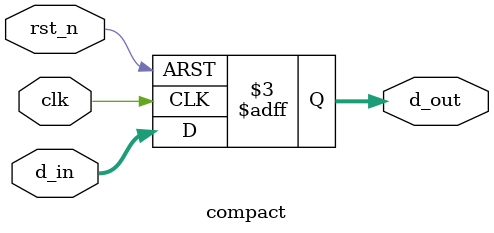
<source format=v>
module compact
  #(parameter size = 8,
              msb = size - 1)
  (input clk, rst_n,
   input [msb:0] d_in,
   output reg [msb:0] d_out);

   parameter [7:0] sized_param = 5;
   
   always @(posedge clk or negedge rst_n)
     if (!rst_n)
       d_out <= {size{1'b0}};
     else
       d_out <= d_in;
		
endmodule
</source>
